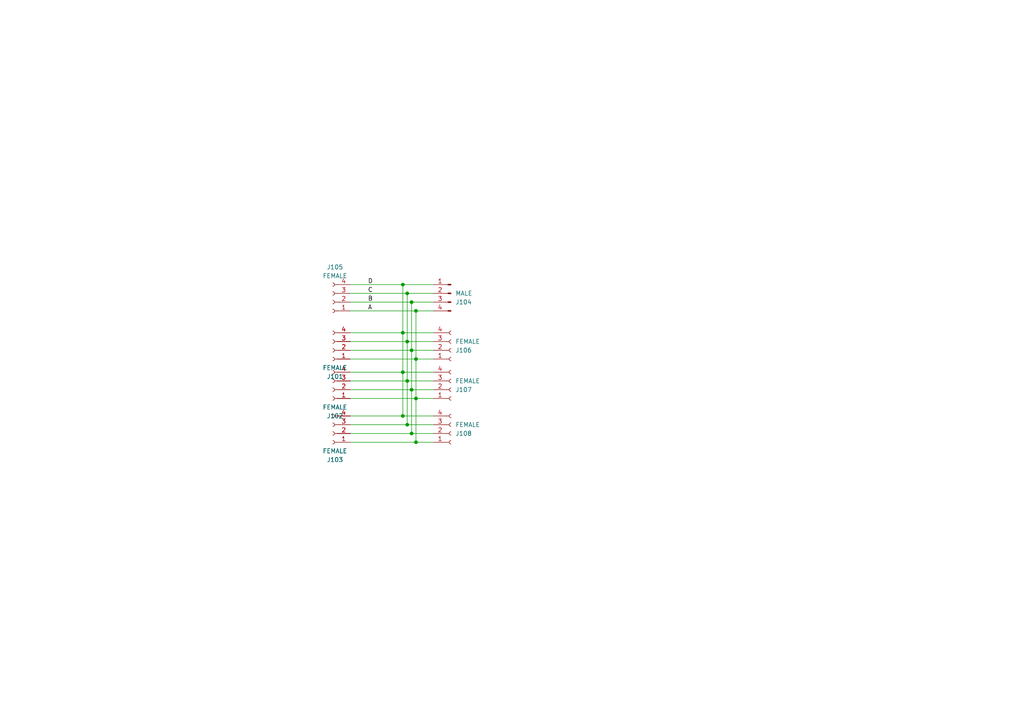
<source format=kicad_sch>
(kicad_sch (version 20231120) (generator "eeschema") (generator_version "8.0")
  (paper "A4")
  (lib_symbols
    (symbol "custom_kicad_lib_sk:connector_3.50mm_4P_horizontal_FEMALE" (pin_names (offset 1.016) hide)
      (property "Reference" "J" (at 0 5.08 0))
      (property "Value" "FEMALE" (at 0 -7.62 0))
      (symbol "connector_3.50mm_4P_horizontal_FEMALE_1_1"
        (arc (start 0 -4.572) (mid -0.5058 -5.08) (end 0 -5.588) (stroke (width 0.1524)))
        (arc (start 0 -2.032) (mid -0.5058 -2.54) (end 0 -3.048) (stroke (width 0.1524)))
        (polyline (pts (xy -1.27 -5.08) (xy -0.508 -5.08)) (stroke (width 0.1524)))
        (polyline (pts (xy -1.27 -2.54) (xy -0.508 -2.54)) (stroke (width 0.1524)))
        (polyline (pts (xy -1.27 0) (xy -0.508 0)) (stroke (width 0.1524)))
        (polyline (pts (xy -1.27 2.54) (xy -0.508 2.54)) (stroke (width 0.1524)))
        (arc (start 0 0.508) (mid -0.5058 0) (end 0 -0.508) (stroke (width 0.1524)))
        (arc (start 0 3.048) (mid -0.5058 2.54) (end 0 2.032) (stroke (width 0.1524)))
        (pin passive line (at -5.08 2.54 0) (length 3.81) (name "Pin_1") (number "1"))
        (pin passive line (at -5.08 0 0) (length 3.81) (name "Pin_2") (number "2"))
        (pin passive line (at -5.08 -2.54 0) (length 3.81) (name "Pin_3") (number "3"))
        (pin passive line (at -5.08 -5.08 0) (length 3.81) (name "Pin_4") (number "4"))
      )
    )
    (symbol "custom_kicad_lib_sk:connector_3.50mm_4P_horizontal_MALE" (pin_names (offset 1.016) hide)
      (property "Reference" "J" (at 0 5.08 0))
      (property "Value" "MALE" (at 0 -7.62 0))
      (symbol "connector_3.50mm_4P_horizontal_MALE_1_1"
        (rectangle (start -4.2164 -4.953) (end -5.08 -5.207) (stroke (width 0.1524)) (fill (type outline)))
        (rectangle (start -4.2164 -2.413) (end -5.08 -2.667) (stroke (width 0.1524)) (fill (type outline)))
        (rectangle (start -4.2164 0.127) (end -5.08 -0.127) (stroke (width 0.1524)) (fill (type outline)))
        (rectangle (start -4.2164 2.667) (end -5.08 2.413) (stroke (width 0.1524)) (fill (type outline)))
        (polyline (pts (xy -3.81 -5.08) (xy -4.2164 -5.08)) (stroke (width 0.1524)))
        (polyline (pts (xy -3.81 -2.54) (xy -4.2164 -2.54)) (stroke (width 0.1524)))
        (polyline (pts (xy -3.81 0) (xy -4.2164 0)) (stroke (width 0.1524)))
        (polyline (pts (xy -3.81 2.54) (xy -4.2164 2.54)) (stroke (width 0.1524)))
        (pin passive line (at 0 2.54 180) (length 3.81) (name "Pin_1") (number "1"))
        (pin passive line (at 0 0 180) (length 3.81) (name "Pin_2") (number "2"))
        (pin passive line (at 0 -2.54 180) (length 3.81) (name "Pin_3") (number "3"))
        (pin passive line (at 0 -5.08 180) (length 3.81) (name "Pin_4") (number "4"))
      )
    )
  )
  (junction (at 116.84 120.65))
  (junction (at 120.65 104.14))
  (junction (at 116.84 107.95))
  (junction (at 116.84 82.55))
  (junction (at 118.11 110.49))
  (junction (at 118.11 123.19))
  (junction (at 119.38 125.73))
  (junction (at 120.65 115.57))
  (junction (at 116.84 96.52))
  (junction (at 118.11 85.09))
  (junction (at 120.65 90.17))
  (junction (at 119.38 113.03))
  (junction (at 119.38 87.63))
  (junction (at 119.38 101.6))
  (junction (at 118.11 99.06))
  (junction (at 120.65 128.27))
  (wire (pts (xy 119.38 113.03) (xy 125.73 113.03)))
  (wire (pts (xy 116.84 120.65) (xy 125.73 120.65)))
  (wire (pts (xy 118.11 110.49) (xy 118.11 123.19)))
  (wire (pts (xy 118.11 110.49) (xy 125.73 110.49)))
  (wire (pts (xy 119.38 87.63) (xy 125.73 87.63)))
  (wire (pts (xy 118.11 99.06) (xy 125.73 99.06)))
  (wire (pts (xy 119.38 101.6) (xy 119.38 113.03)))
  (wire (pts (xy 120.65 104.14) (xy 120.65 115.57)))
  (wire (pts (xy 116.84 82.55) (xy 125.73 82.55)))
  (wire (pts (xy 120.65 128.27) (xy 125.73 128.27)))
  (wire (pts (xy 116.84 107.95) (xy 116.84 120.65)))
  (wire (pts (xy 119.38 125.73) (xy 125.73 125.73)))
  (wire (pts (xy 120.65 115.57) (xy 120.65 128.27)))
  (wire (pts (xy 116.84 96.52) (xy 125.73 96.52)))
  (wire (pts (xy 101.6 96.52) (xy 116.84 96.52)))
  (wire (pts (xy 101.6 85.09) (xy 118.11 85.09)))
  (wire (pts (xy 101.6 115.57) (xy 120.65 115.57)))
  (wire (pts (xy 101.6 87.63) (xy 119.38 87.63)))
  (wire (pts (xy 116.84 82.55) (xy 116.84 96.52)))
  (wire (pts (xy 118.11 123.19) (xy 125.73 123.19)))
  (wire (pts (xy 118.11 85.09) (xy 118.11 99.06)))
  (wire (pts (xy 120.65 90.17) (xy 120.65 104.14)))
  (wire (pts (xy 101.6 99.06) (xy 118.11 99.06)))
  (wire (pts (xy 101.6 110.49) (xy 118.11 110.49)))
  (wire (pts (xy 119.38 101.6) (xy 125.73 101.6)))
  (wire (pts (xy 101.6 82.55) (xy 116.84 82.55)))
  (wire (pts (xy 101.6 107.95) (xy 116.84 107.95)))
  (wire (pts (xy 118.11 99.06) (xy 118.11 110.49)))
  (wire (pts (xy 101.6 125.73) (xy 119.38 125.73)))
  (wire (pts (xy 119.38 87.63) (xy 119.38 101.6)))
  (wire (pts (xy 120.65 104.14) (xy 125.73 104.14)))
  (wire (pts (xy 101.6 113.03) (xy 119.38 113.03)))
  (wire (pts (xy 101.6 123.19) (xy 118.11 123.19)))
  (wire (pts (xy 120.65 90.17) (xy 125.73 90.17)))
  (wire (pts (xy 101.6 120.65) (xy 116.84 120.65)))
  (wire (pts (xy 118.11 85.09) (xy 125.73 85.09)))
  (wire (pts (xy 101.6 101.6) (xy 119.38 101.6)))
  (wire (pts (xy 120.65 115.57) (xy 125.73 115.57)))
  (wire (pts (xy 101.6 128.27) (xy 120.65 128.27)))
  (wire (pts (xy 116.84 96.52) (xy 116.84 107.95)))
  (wire (pts (xy 101.6 104.14) (xy 120.65 104.14)))
  (wire (pts (xy 119.38 113.03) (xy 119.38 125.73)))
  (wire (pts (xy 116.84 107.95) (xy 125.73 107.95)))
  (wire (pts (xy 101.6 90.17) (xy 120.65 90.17)))
  (label "B" (at 106.68 87.63 0))
  (label "D" (at 106.68 82.55 0))
  (label "A" (at 106.68 90.17 0))
  (label "C" (at 106.68 85.09 0))
  (symbol (lib_id "custom_kicad_lib_sk:connector_3.50mm_4P_horizontal_FEMALE") (at 96.52 113.03 180) (unit 1)
    (property "Reference" "J102" (at 97.155 120.65 0))
    (property "Value" "FEMALE" (at 97.155 118.11 0))
    (property "Footprint" "Connector_Phoenix_MC:PhoenixContact_MC_1,5_4-G-3.5_1x04_P3.50mm_Horizontal" (effects (hide yes)))
    (property "Description" "Generic connector, single row, 01x04, script generated" (effects (hide yes)))
  )
  (symbol (lib_id "custom_kicad_lib_sk:connector_3.50mm_4P_horizontal_MALE") (at 125.73 85.09 0) (mirror y) (unit 1)
    (property "Reference" "J104" (at 132.08 87.6301 0) (effects (justify right)))
    (property "Value" "MALE" (at 132.08 85.0901 0) (effects (justify right)))
    (property "Footprint" "custom_kicad_lib_sk:connector_3.50mm_4P horizontal_MALE" (effects (hide yes)))
    (property "Description" "Generic connector, single row, 01x04, script generated" (effects (hide yes)))
  )
  (symbol (lib_id "custom_kicad_lib_sk:connector_3.50mm_4P_horizontal_FEMALE") (at 96.52 87.63 180) (unit 1)
    (property "Reference" "J105" (at 97.155 77.47 0))
    (property "Value" "FEMALE" (at 97.155 80.01 0))
    (property "Footprint" "Connector_Phoenix_MC:PhoenixContact_MC_1,5_4-G-3.5_1x04_P3.50mm_Horizontal" (effects (hide yes)))
    (property "Description" "Generic connector, single row, 01x04, script generated" (effects (hide yes)))
  )
  (symbol (lib_id "custom_kicad_lib_sk:connector_3.50mm_4P_horizontal_FEMALE") (at 130.81 113.03 0) (mirror x) (unit 1)
    (property "Reference" "J107" (at 132.08 113.0301 0) (effects (justify left)))
    (property "Value" "FEMALE" (at 132.08 110.4901 0) (effects (justify left)))
    (property "Footprint" "Connector_Phoenix_MC:PhoenixContact_MC_1,5_4-G-3.5_1x04_P3.50mm_Horizontal" (effects (hide yes)))
    (property "Description" "Generic connector, single row, 01x04, script generated" (effects (hide yes)))
  )
  (symbol (lib_id "custom_kicad_lib_sk:connector_3.50mm_4P_horizontal_FEMALE") (at 130.81 101.6 0) (mirror x) (unit 1)
    (property "Reference" "J106" (at 132.08 101.6001 0) (effects (justify left)))
    (property "Value" "FEMALE" (at 132.08 99.0601 0) (effects (justify left)))
    (property "Footprint" "Connector_Phoenix_MC:PhoenixContact_MC_1,5_4-G-3.5_1x04_P3.50mm_Horizontal" (effects (hide yes)))
    (property "Description" "Generic connector, single row, 01x04, script generated" (effects (hide yes)))
  )
  (symbol (lib_id "custom_kicad_lib_sk:connector_3.50mm_4P_horizontal_FEMALE") (at 96.52 125.73 180) (unit 1)
    (property "Reference" "J103" (at 97.155 133.35 0))
    (property "Value" "FEMALE" (at 97.155 130.81 0))
    (property "Footprint" "Connector_Phoenix_MC:PhoenixContact_MC_1,5_4-G-3.5_1x04_P3.50mm_Horizontal" (effects (hide yes)))
    (property "Description" "Generic connector, single row, 01x04, script generated" (effects (hide yes)))
  )
  (symbol (lib_id "custom_kicad_lib_sk:connector_3.50mm_4P_horizontal_FEMALE") (at 96.52 101.6 180) (unit 1)
    (property "Reference" "J101" (at 97.155 109.22 0))
    (property "Value" "FEMALE" (at 97.155 106.68 0))
    (property "Footprint" "Connector_Phoenix_MC:PhoenixContact_MC_1,5_4-G-3.5_1x04_P3.50mm_Horizontal" (effects (hide yes)))
    (property "Description" "Generic connector, single row, 01x04, script generated" (effects (hide yes)))
  )
  (symbol (lib_id "custom_kicad_lib_sk:connector_3.50mm_4P_horizontal_FEMALE") (at 130.81 125.73 0) (mirror x) (unit 1)
    (property "Reference" "J108" (at 132.08 125.7301 0) (effects (justify left)))
    (property "Value" "FEMALE" (at 132.08 123.1901 0) (effects (justify left)))
    (property "Footprint" "Connector_Phoenix_MC:PhoenixContact_MC_1,5_4-G-3.5_1x04_P3.50mm_Horizontal" (effects (hide yes)))
    (property "Description" "Generic connector, single row, 01x04, script generated" (effects (hide yes)))
  )
)
</source>
